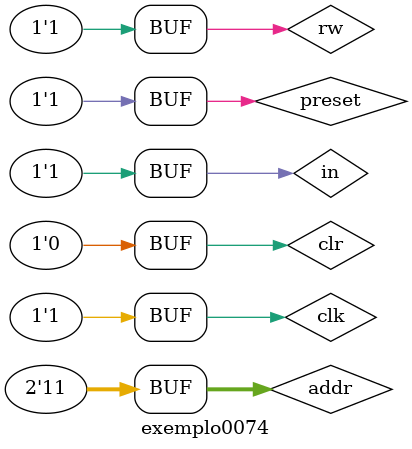
<source format=v>

`include "Exemplo0071.v"

module memoria2x4(output [3:0]out, input clk, input addr, input rw, input in, input preset, input clr);

// Chamada das memórias 1x4
memoria1x4 m1(out, clk, addr, rw, in, preset, clr);

endmodule //memoria2x4


// ----------------
// Memória RAM 2x8
// ----------------
module memoria2x8(output [7:0]out, input clk, input [1:0]addr, input rw, input in, input preset, input clr);

// Chamada das memórias 1x4

memoria2x4 m1(out[7:4], clk, addr[1], rw, in, preset, clr);
memoria2x4 m2(out[3:0], clk, addr[0], rw, in, preset, clr);

endmodule //memoria2x8

// ----------------
// Exemplo0074
// ----------------
module exemplo0074;

// ---------------- Definição de dados
wire [7:0]out;
reg [1:0]addr;
reg clk, rw, in, preset, clr;

// ---------------- Instância
 memoria2x8 memo2_8(out, clk, addr, rw, in, preset, clr);

// ---------------- Preparação
 initial begin: start
  clk = 1;
  addr = 2'b11;
  rw = 0;
  in = 0;
  preset = 1;
  clr = 0;
 end
 
// ---------------- Parte principal
 initial begin: main
  $display("Exemplo0074 - Josemar Alves Caetano - 448662.");
  $display("Teste Memória RAM 2x8.\n");

  $monitor("Saída: %b",out);

   #1 clr = 1;
   #1 clr = 0;
   #1 clk = 1; addr = 1; rw = 1; in = 1;
   #1 clk = 1; addr = 1; rw = 1; in = 1;
   #1 addr = 2'b01;
   #1 addr = 2'b10;
   #1 addr = 2'b11;

end

endmodule //exemplo0074




</source>
